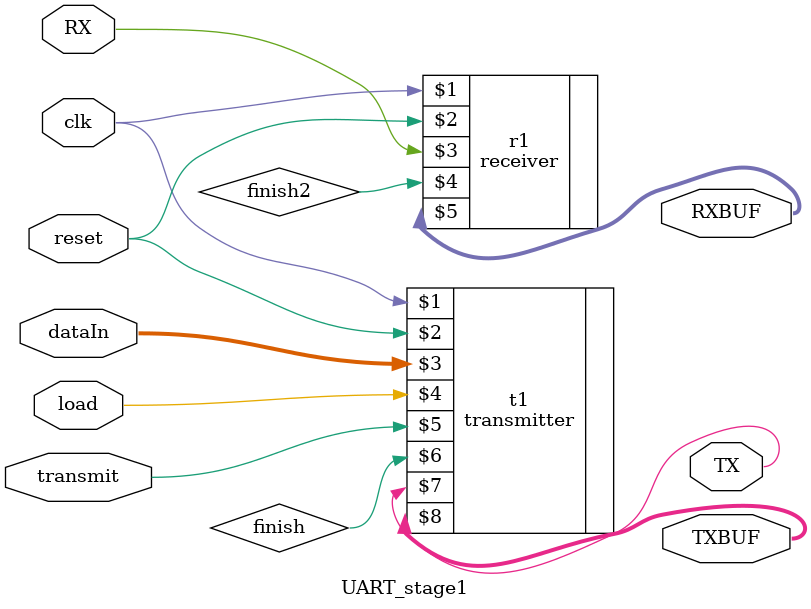
<source format=sv>
`timescale 1ns / 1ps


module UART_stage1#(parameter N = 8, depth = 4, parityBit = 1, stopBit = 1'b1, baudRate = 9600, clkFreq = 100_000_000)(
    input logic clk,
	input logic reset,
	input logic [N-1:0] dataIn,
	input logic load,
	input logic transmit,
	input logic RX,
	output logic TX,
	//buttonD
	//input logic transmit, //buttonC
	//output logic finish,
	output logic [N-1:0] TXBUF,
	output logic [N-1:0] RXBUF
	
    );
    //logic TX;
    logic finish;
    logic finish2;
    transmitter t1(clk,reset,dataIn,load,transmit,finish,TX,TXBUF);
    receiver r1(clk,reset,RX,finish2,RXBUF);
    

endmodule

</source>
